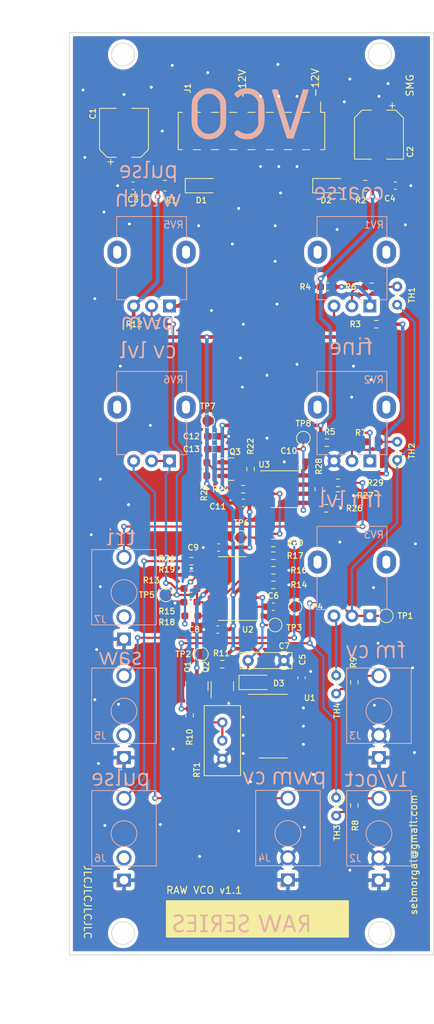
<source format=kicad_pcb>
(kicad_pcb (version 20211014) (generator pcbnew)
  (layers (0 "F.Cu" signal) (31 "B.Cu" signal) (34 "B.Paste" user) (35 "F.Paste" user) (36 "B.SilkS" user "B.Silkscreen") (37 "F.SilkS" user "F.Silkscreen") (38 "B.Mask" user) (39 "F.Mask" user) (44 "Edge.Cuts" user))
  (net 0 "")
  (net 1 "+12VA")
  (net 2 "GNDA")
  (net 3 "-12VA")
  (net 4 "Net-(C6-Pad1)")
  (net 5 "Net-(C6-Pad2)")
  (net 6 "Net-(C7-Pad1)")
  (net 7 "Net-(D1-Pad1)")
  (net 8 "+12V")
  (net 9 "-12V")
  (net 10 "Net-(D2-Pad2)")
  (net 11 "Net-(D3-Pad2)")
  (net 14 "Net-(J2-PadT)")
  (net 15 "Net-(J3-PadT)")
  (net 16 "Net-(J4-PadT)")
  (net 17 "Net-(J5-PadT)")
  (net 19 "Net-(J6-PadT)")
  (net 21 "Net-(Q1-Pad1)")
  (net 22 "Net-(Q1-Pad2)")
  (net 23 "Net-(R3-Pad1)")
  (net 24 "Net-(R4-Pad2)")
  (net 25 "Net-(R5-Pad2)")
  (net 26 "Net-(R6-Pad1)")
  (net 27 "Net-(RV1-Pad2)")
  (net 28 "Net-(R7-Pad1)")
  (net 29 "Net-(R7-Pad2)")
  (net 30 "Net-(R8-Pad1)")
  (net 31 "Net-(R9-Pad1)")
  (net 32 "Net-(R10-Pad2)")
  (net 33 "Net-(R12-Pad1)")
  (net 34 "Net-(R12-Pad2)")
  (net 35 "Net-(R13-Pad2)")
  (net 36 "Net-(R16-Pad2)")
  (net 37 "Net-(R17-Pad2)")
  (net 38 "Net-(R18-Pad1)")
  (net 39 "Net-(R18-Pad2)")
  (net 40 "Net-(R21-Pad1)")
  (net 50 "Net-(RV3-Pad3)")
  (net 51 "Net-(C12-Pad1)")
  (net 52 "Net-(C13-Pad1)")
  (net 53 "Net-(J7-PadT)")
  (net 55 "Net-(Q3-Pad1)")
  (net 56 "Net-(Q3-Pad2)")
  (net 57 "Net-(R22-Pad2)")
  (net 58 "Net-(R27-Pad1)")
  (net 59 "Net-(R28-Pad1)")
  (footprint "Capacitor_SMD:C_0603_1608Metric_Pad1.08x0.95mm_HandSolder" (layer "F.Cu") (at 47.371 108.585 180)
    (fp_text reference "C8")
    (fp_text value "0.1uF")
  )
  (footprint "Resistor_SMD:R_0603_1608Metric_Pad0.98x0.95mm_HandSolder" (layer "F.Cu") (at 55.118 98.298 180)
    (fp_text reference "R17")
    (fp_text value "100k")
  )
  (footprint "TestPoint:TestPoint_Pad_D1.5mm" (layer "F.Cu") (at 45.974 79.502)
    (fp_text reference "TP7")
    (fp_text value "TestPoint")
  )
  (footprint "Resistor_SMD:R_0603_1608Metric_Pad0.98x0.95mm_HandSolder" (layer "F.Cu") (at 55.118 96.52)
    (fp_text reference "R20")
    (fp_text value "1k")
  )
  (footprint "TestPoint:TestPoint_Pad_D1.5mm" (layer "F.Cu") (at 50.546 95.758)
    (fp_text reference "TP6")
    (fp_text value "TestPoint")
  )
  (footprint "Diode_SMD:D_SOD-123" (layer "F.Cu") (at 62.865 46.736)
    (fp_text reference "D2")
    (fp_text value "1N5819")
  )
  (footprint "Diode_SMD:D_SOD-123" (layer "F.Cu") (at 52.578 115.951)
    (fp_text reference "D3")
    (fp_text value "1N4148W")
  )
  (footprint "TestPoint:TestPoint_Pad_D1.5mm" (layer "F.Cu") (at 55.372 107.95)
    (fp_text reference "TP3")
    (fp_text value "TestPoint")
  )
  (footprint "Resistor_SMD:R_0603_1608Metric_Pad0.98x0.95mm_HandSolder" (layer "F.Cu") (at 55.118 102.362)
    (fp_text reference "R14")
    (fp_text value "100k")
  )
  (footprint "Capacitor_SMD:CP_Elec_6.3x5.4" (layer "F.Cu") (at 69.85 39.624 -90)
    (fp_text reference "C2")
    (fp_text value "47uF")
  )
  (footprint "Capacitor_SMD:C_0603_1608Metric_Pad1.08x0.95mm_HandSolder" (layer "F.Cu") (at 59.055 115.316 90)
    (fp_text reference "C5")
    (fp_text value "0.1uF")
  )
  (footprint "Capacitor_SMD:C_0603_1608Metric_Pad1.08x0.95mm_HandSolder" (layer "F.Cu") (at 35.56 46.736 180)
    (fp_text reference "C3")
    (fp_text value "0.1uF")
  )
  (footprint "Resistor_THT:R_Axial_DIN0204_L3.6mm_D1.6mm_P2.54mm_Vertical" (layer "F.Cu") (at 72.39 84.963 90)
    (fp_text reference "TH2")
    (fp_text value "10k")
  )
  (footprint "Resistor_SMD:R_0603_1608Metric_Pad0.98x0.95mm_HandSolder" (layer "F.Cu") (at 62.611 60.833)
    (fp_text reference "R4")
    (fp_text value "33k")
  )
  (footprint "Resistor_SMD:R_0603_1608Metric_Pad0.98x0.95mm_HandSolder" (layer "F.Cu") (at 62.5875 82.55)
    (fp_text reference "R5")
    (fp_text value "100k")
  )
  (footprint "Resistor_SMD:R_0603_1608Metric_Pad0.98x0.95mm_HandSolder" (layer "F.Cu") (at 64.135 89.916)
    (fp_text reference "R27")
    (fp_text value "47k")
  )
  (footprint "Capacitor_THT:C_Rect_L7.0mm_W2.0mm_P5.00mm" (layer "F.Cu") (at 51.602 112.903)
    (fp_text reference "C7")
    (fp_text value "2.2nF")
  )
  (footprint "Resistor_SMD:R_0603_1608Metric_Pad0.98x0.95mm_HandSolder" (layer "F.Cu") (at 38.989 66.04 180)
    (fp_text reference "R12")
    (fp_text value "100k")
  )
  (footprint "Resistor_THT:R_Axial_DIN0204_L3.6mm_D1.6mm_P2.54mm_Vertical" (layer "F.Cu") (at 63.881 132.003 -90)
    (fp_text reference "TH3")
    (fp_text value "10k")
  )
  (footprint "Resistor_SMD:R_0603_1608Metric_Pad0.98x0.95mm_HandSolder" (layer "F.Cu") (at 43.561 104.775 180)
    (fp_text reference "R15")
    (fp_text value "10k")
  )
  (footprint "Resistor_THT:R_Axial_DIN0204_L3.6mm_D1.6mm_P2.54mm_Vertical" (layer "F.Cu") (at 63.881 114.985 -90)
    (fp_text reference "TH4")
    (fp_text value "10k")
  )
  (footprint "TestPoint:TestPoint_Pad_D1.5mm" (layer "F.Cu") (at 59.309 81.915)
    (fp_text reference "TP8")
    (fp_text value "TestPoint")
  )
  (footprint "Resistor_SMD:R_0805_2012Metric_Pad1.20x1.40mm_HandSolder" (layer "F.Cu") (at 40.005 46.736 180)
    (fp_text reference "R1")
    (fp_text value "10")
  )
  (footprint "Resistor_SMD:R_0603_1608Metric_Pad0.98x0.95mm_HandSolder" (layer "F.Cu") (at 48.006 113.411 180)
    (fp_text reference "R11")
    (fp_text value "1M")
  )
  (footprint "Resistor_THT:R_Axial_DIN0204_L3.6mm_D1.6mm_P2.54mm_Vertical" (layer "F.Cu") (at 72.39 63.323 90)
    (fp_text reference "TH1")
    (fp_text value "10k")
  )
  (footprint "Resistor_SMD:R_0603_1608Metric_Pad0.98x0.95mm_HandSolder" (layer "F.Cu") (at 43.688 99.06 180)
    (fp_text reference "R21")
    (fp_text value "1k")
  )
  (footprint "Resistor_SMD:R_0603_1608Metric_Pad0.98x0.95mm_HandSolder" (layer "F.Cu") (at 64.135 88.138)
    (fp_text reference "R29")
    (fp_text value "1k")
  )
  (footprint "Package_SO:SOIC-8_3.9x4.9mm_P1.27mm" (layer "F.Cu") (at 56.769 89.027)
    (fp_text reference "U3")
    (fp_text value "TL072")
  )
  (footprint "Resistor_SMD:R_0603_1608Metric_Pad0.98x0.95mm_HandSolder" (layer "F.Cu") (at 68.961 82.423 180)
    (fp_text reference "R7")
    (fp_text value "1M")
  )
  (footprint "TestPoint:TestPoint_Pad_D1.5mm" (layer "F.Cu") (at 70.866 106.68)
    (fp_text reference "TP1")
    (fp_text value "TestPoint")
  )
  (footprint "Capacitor_SMD:CP_Elec_6.3x5.4" (layer "F.Cu") (at 34.29 39.37 90)
    (fp_text reference "C1")
    (fp_text value "47uF")
  )
  (footprint "Connector_PinHeader_2.54mm:PinHeader_2x08_P2.54mm_Vertical_SMD" (layer "F.Cu") (at 52.07 39.116 -90)
    (fp_text reference "J1")
    (fp_text value "Conn_02x08_Odd_Even")
  )
  (footprint "Package_TO_SOT_SMD:SOT-23" (layer "F.Cu") (at 48.9735 86.233)
    (fp_text reference "Q3")
    (fp_text value "BC848")
  )
  (footprint "Package_TO_SOT_SMD:SOT-23" (layer "F.Cu") (at 44.45 116.459 90)
    (fp_text reference "Q1")
    (fp_text value "BC858")
  )
  (footprint "TestPoint:TestPoint_Pad_D1.5mm" (layer "F.Cu") (at 58.166 105.41)
    (fp_text reference "TP4")
    (fp_text value "TestPoint")
  )
  (footprint "Resistor_SMD:R_0603_1608Metric_Pad0.98x0.95mm_HandSolder" (layer "F.Cu") (at 43.561 102.87 180)
    (fp_text reference "R13")
    (fp_text value "68k")
  )
  (footprint "Package_SO:SOIC-14_3.9x8.7mm_P1.27mm" (layer "F.Cu") (at 49.403 102.87 180)
    (fp_text reference "U2")
    (fp_text value "TL074")
  )
  (footprint "Potentiometer_THT:Potentiometer_Bourns_3296W_Vertical" (layer "F.Cu") (at 48.006 121.529 90)
    (fp_text reference "RT1")
    (fp_text value "1k")
  )
  (footprint "Resistor_SMD:R_0603_1608Metric_Pad0.98x0.95mm_HandSolder" (layer "F.Cu") (at 69.469 66.04)
    (fp_text reference "R3")
    (fp_text value "100k")
  )
  (footprint "Package_TO_SOT_SMD:SOT-23" (layer "F.Cu") (at 48.006 116.459 90)
    (fp_text reference "Q2")
    (fp_text value "BC848")
  )
  (footprint "Diode_SMD:D_SOD-123" (layer "F.Cu") (at 45.085 46.736)
    (fp_text reference "D1")
    (fp_text value "1N5819")
  )
  (footprint "Capacitor_SMD:C_0603_1608Metric_Pad1.08x0.95mm_HandSolder" (layer "F.Cu") (at 55.118 105.41 180)
    (fp_text reference "C6")
    (fp_text value "1uF")
  )
  (footprint "Resistor_SMD:R_0603_1608Metric_Pad0.98x0.95mm_HandSolder" (layer "F.Cu") (at 43.688 100.965)
    (fp_text reference "R19")
    (fp_text value "68k")
  )
  (footprint "Resistor_SMD:R_0805_2012Metric_Pad1.20x1.40mm_HandSolder" (layer "F.Cu") (at 67.945 46.736)
    (fp_text reference "R2")
    (fp_text value "10")
  )
  (footprint "Resistor_SMD:R_0603_1608Metric_Pad0.98x0.95mm_HandSolder" (layer "F.Cu") (at 66.421 115.951 90)
    (fp_text reference "R9")
    (fp_text value "100k")
  )
  (footprint "Capacitor_SMD:C_0603_1608Metric_Pad1.08x0.95mm_HandSolder" (layer "F.Cu") (at 46.863 83.439 180)
    (fp_text reference "C13")
    (fp_text value "1uF")
  )
  (footprint "Resistor_SMD:R_0603_1608Metric_Pad0.98x0.95mm_HandSolder" (layer "F.Cu") (at 50.927 89.027 180)
    (fp_text reference "R24")
    (fp_text value "10k")
  )
  (footprint "Resistor_SMD:R_0603_1608Metric_Pad0.98x0.95mm_HandSolder" (layer "F.Cu") (at 62.484 91.694)
    (fp_text reference "R26")
    (fp_text value "100k")
  )
  (footprint "Capacitor_SMD:C_0603_1608Metric_Pad1.08x0.95mm_HandSolder" (layer "F.Cu") (at 58.801 85.217 180)
    (fp_text reference "C10")
    (fp_text value "0.1uF")
  )
  (footprint "TestPoint:TestPoint_Pad_D1.5mm" (layer "F.Cu") (at 45.085 112.014)
    (fp_text reference "TP2")
    (fp_text value "TestPoint")
  )
  (footprint "Resistor_SMD:R_0603_1608Metric_Pad0.98x0.95mm_HandSolder" (layer "F.Cu") (at 61.468 89.027 -90)
    (fp_text reference "R28")
    (fp_text value "100k")
  )
  (footprint "Capacitor_SMD:C_0603_1608Metric_Pad1.08x0.95mm_HandSolder" (layer "F.Cu") (at 50.927 90.932 180)
    (fp_text reference "C11")
    (fp_text value "0.1uF")
  )
  (footprint "Resistor_SMD:R_0603_1608Metric_Pad0.98x0.95mm_HandSolder" (layer "F.Cu") (at 51.943 86.233 -90)
    (fp_text reference "R22")
    (fp_text value "100")
  )
  (footprint "Capacitor_SMD:C_0603_1608Metric_Pad1.08x0.95mm_HandSolder" (layer "F.Cu") (at 47.498 97.155 180)
    (fp_text reference "C9")
    (fp_text value "0.1uF")
  )
  (footprint "Capacitor_SMD:C_0603_1608Metric_Pad1.08x0.95mm_HandSolder" (layer "F.Cu") (at 72.136 46.736)
    (fp_text reference "C4")
    (fp_text value "0.1uF")
  )
  (footprint "Package_SO:SOIC-14_3.9x8.7mm_P1.27mm" (layer "F.Cu") (at 55.118 122.047)
    (fp_text reference "U1")
    (fp_text value "40106")
  )
  (footprint "Resistor_SMD:R_0603_1608Metric_Pad0.98x0.95mm_HandSolder" (layer "F.Cu") (at 43.688 106.68 180)
    (fp_text reference "R18")
    (fp_text value "100k")
  )
  (footprint "Resistor_SMD:R_0603_1608Metric_Pad0.98x0.95mm_HandSolder" (layer "F.Cu") (at 68.834 60.833 180)
    (fp_text reference "R6")
    (fp_text value "100k")
  )
  (footprint "TestPoint:TestPoint_Pad_D1.5mm" (layer "F.Cu") (at 40.132 103.759)
    (fp_text reference "TP5")
    (fp_text value "TestPoint")
  )
  (footprint "Resistor_SMD:R_0603_1608Metric_Pad0.98x0.95mm_HandSolder" (layer "F.Cu") (at 55.118 100.33 180)
    (fp_text reference "R16")
    (fp_text value "47k")
  )
  (footprint "Resistor_SMD:R_0603_1608Metric_Pad0.98x0.95mm_HandSolder" (layer "F.Cu") (at 45.847 86.233 90)
    (fp_text reference "R23")
    (fp_text value "10k")
  )
  (footprint "Capacitor_SMD:C_0603_1608Metric_Pad1.08x0.95mm_HandSolder" (layer "F.Cu") (at 46.863 81.661)
    (fp_text reference "C12")
    (fp_text value "1nF")
  )
  (footprint "Resistor_SMD:R_0603_1608Metric_Pad0.98x0.95mm_HandSolder" (layer "F.Cu") (at 43.434 120.523 -90)
    (fp_text reference "R10")
    (fp_text value "1k5")
  )
  (footprint "Resistor_SMD:R_0603_1608Metric_Pad0.98x0.95mm_HandSolder" (layer "F.Cu") (at 66.421 133.096 90)
    (fp_text reference "R8")
    (fp_text value "100k")
  )
  (footprint "Potentiometer_THT:Potentiometer_Alpha_RD901F-40-00D_Single_Vertical" (layer "B.Cu") (at 40.64 85.09 90)
    (fp_text reference "RV6")
    (fp_text value "250k")
  )
  (footprint "Connector_Audio:Jack_3.5mm_QingPu_WQP-PJ398SM_Vertical_CircularHoles" (layer "B.Cu") (at 69.85 126.43)
    (fp_text reference "J3")
    (fp_text value "AudioJack2_SwitchT")
  )
  (footprint "Connector_Audio:Jack_3.5mm_QingPu_WQP-PJ398SM_Vertical_CircularHoles" (layer "B.Cu") (at 34.29 109.92)
    (fp_text reference "J7")
    (fp_text value "AudioJack2_SwitchT")
  )
  (footprint "Connector_Audio:Jack_3.5mm_QingPu_WQP-PJ398SM_Vertical_CircularHoles" (layer "B.Cu") (at 34.29 126.43)
    (fp_text reference "J5")
    (fp_text value "AudioJack2_SwitchT")
  )
  (footprint "Connector_Audio:Jack_3.5mm_QingPu_WQP-PJ398SM_Vertical_CircularHoles" (layer "B.Cu") (at 69.85 143.51)
    (fp_text reference "J2")
    (fp_text value "AudioJack2_SwitchT")
  )
  (footprint "LOGO" (layer "B.Cu") (at 51.816 91.948 180)
    (fp_text reference "G***" hide)
    (fp_text value "LOGO" hide)
  )
  (footprint "Potentiometer_THT:Potentiometer_Alpha_RD901F-40-00D_Single_Vertical" (layer "B.Cu") (at 68.58 63.5 90)
    (fp_text reference "RV1")
    (fp_text value "100k")
  )
  (footprint "Potentiometer_THT:Potentiometer_Alpha_RD901F-40-00D_Single_Vertical" (layer "B.Cu") (at 68.58 85.09 90)
    (fp_text reference "RV2")
    (fp_text value "100k")
  )
  (footprint "Potentiometer_THT:Potentiometer_Alpha_RD901F-40-00D_Single_Vertical" (layer "B.Cu") (at 68.58 106.68 90)
    (fp_text reference "RV3")
    (fp_text value "1M")
  )
  (footprint "Connector_Audio:Jack_3.5mm_QingPu_WQP-PJ398SM_Vertical_CircularHoles" (layer "B.Cu") (at 34.29 143.51)
    (fp_text reference "J6")
    (fp_text value "AudioJack2_SwitchT")
  )
  (footprint "Potentiometer_THT:Potentiometer_Alpha_RD901F-40-00D_Single_Vertical" (layer "B.Cu") (at 40.64 63.5 90)
    (fp_text reference "RV5")
    (fp_text value "100k")
  )
  (footprint "Connector_Audio:Jack_3.5mm_QingPu_WQP-PJ398SM_Vertical_CircularHoles" (layer "B.Cu") (at 57.15 143.48)
    (fp_text reference "J4")
    (fp_text value "AudioJack2_SwitchT")
  )
  (gr_circle (center 69.977 150.876) (end 71.5772 150.876) (layer "Edge.Cuts") (width 0.1) (fill none))
  (gr_circle (center 34.163 28.448) (end 35.7632 28.448) (layer "Edge.Cuts") (width 0.1) (fill none))
  (gr_circle (center 34.163 150.876) (end 35.7632 150.876) (layer "Edge.Cuts") (width 0.1) (fill none))
  (gr_line (start 77.47 25.4) (end 26.67 25.4) (layer "Edge.Cuts") (width 0.1))
  (gr_circle (center 69.977 28.448) (end 71.5772 28.448) (layer "Edge.Cuts") (width 0.1) (fill none))
  (gr_line (start 26.67 25.4) (end 26.67 153.924) (layer "Edge.Cuts") (width 0.1))
  (gr_line (start 77.47 153.924) (end 26.67 153.924) (layer "Edge.Cuts") (width 0.1))
  (gr_line (start 77.47 153.924) (end 77.47 25.4) (layer "Edge.Cuts") (width 0.1))
  (gr_text "SMG" (at 74.168 32.766 90) (layer "F.SilkS") (effects (font (size 1 1))))
  (gr_text "+12V" (at 50.8 32.512 90) (layer "F.SilkS") (effects (font (size 1 1))))
  (gr_text "RAW VCO v1.1" (at 45.466 144.907) (layer "F.SilkS") (effects (font (size 1 1))))
  (gr_text "sebmorgal@gmail.com" (at 74.676 139.954 90) (layer "F.SilkS") (effects (font (size 1 1))))
  (gr_text "JLCJLCJLCJLC" (at 29.21 146.558 270) (layer "F.SilkS") (effects (font (size 1 1))))
  (gr_text "-12V" (at 60.96 32.385 90) (layer "F.SilkS") (effects (font (size 1 1))))
  (segment (start 45.847 88.265) (end 45.847 87.1455) (width 0.5) (layer "F.Cu") (net 1))
  (segment (start 58.42 118.237) (end 57.593 118.237) (width 0.5) (layer "F.Cu") (net 1))
  (segment (start 59.055 117.602) (end 58.42 118.237) (width 0.5) (layer "F.Cu") (net 1))
  (segment (start 36.4225 46.736) (end 36.4225 46.0745) (width 0.5) (layer "F.Cu") (net 1))
  (segment (start 70.3815 67.1595) (end 70.3815 66.04) (width 0.5) (layer "F.Cu") (net 1))
  (segment (start 59.055 116.1785) (end 59.055 117.602) (width 0.5) (layer "F.Cu") (net 1))
  (segment (start 49.53 111.252) (end 48.895 111.887) (width 0.5) (layer "F.Cu") (net 1))
  (segment (start 48.895 111.887) (end 48.895 113.3875) (width 0.5) (layer "F.Cu") (net 1))
  (segment (start 48.895 113.3875) (end 48.9185 113.411) (width 0.5) (layer "F.Cu") (net 1))
  (segment (start 45.8724 67.818) (end 69.723 67.818) (width 0.5) (layer "F.Cu") (net 1))
  (segment (start 45.8216 67.818) (end 36.736 67.818) (width 0.5) (layer "F.Cu") (net 1))
  (segment (start 59.6635 85.217) (end 60.579 85.217) (width 0.5) (layer "F.Cu") (net 1))
  (segment (start 52.451 111.252) (end 57.3775 116.1785) (width 0.5) (layer "F.Cu") (net 1))
  (segment (start 36.736 67.818) (end 35.64 66.722) (width 0.5) (layer "F.Cu") (net 1))
  (segment (start 60.579 85.217) (end 61.595 86.233) (width 0.5) (layer "F.Cu") (net 1))
  (segment (start 49.022 108.585) (end 48.2335 108.585) (width 0.5) (layer "F.Cu") (net 1))
  (segment (start 50.419 102.87) (end 49.53 103.759) (width 0.5) (layer "F.Cu") (net 1))
  (segment (start 45.847 67.8434) (end 45.8216 67.818) (width 0.5) (layer "F.Cu") (net 1))
  (segment (start 34.29 43.942) (end 34.29 42.17) (width 0.5) (layer "F.Cu") (net 1))
  (segment (start 39.005 46.736) (end 39.005 48.244) (width 0.5) (layer "F.Cu") (net 1))
  (segment (start 39.005 48.244) (end 38.989 48.26) (width 0.5) (layer "F.Cu") (net 1))
  (segment (start 49.53 108.077) (end 49.022 108.585) (width 0.5) (layer "F.Cu") (net 1))
  (segment (start 51.878 102.87) (end 50.419 102.87) (width 0.5) (layer "F.Cu") (net 1))
  (segment (start 59.6635 85.217) (end 59.6635 86.0055) (width 0.5) (layer "F.Cu") (net 1))
  (segment (start 36.4225 46.736) (end 39.005 46.736) (width 0.5) (layer "F.Cu") (net 1))
  (segment (start 45.847 67.8434) (end 45.8724 67.818) (width 0.5) (layer "F.Cu") (net 1))
  (segment (start 64.135 86.868) (end 70.866 86.868) (width 0.5) (layer "F.Cu") (net 1))
  (segment (start 59.6635 86.0055) (end 59.244 86.425) (width 0.5) (layer "F.Cu") (net 1))
  (segment (start 62.23 86.868) (end 64.135 86.868) (width 0.5) (layer "F.Cu") (net 1))
  (segment (start 69.723 67.818) (end 70.3815 67.1595) (width 0.5) (layer "F.Cu") (net 1))
  (segment (start 57.3775 116.1785) (end 59.055 116.1785) (width 0.5) (layer "F.Cu") (net 1))
  (segment (start 49.53 111.252) (end 52.451 111.252) (width 0.5) (layer "F.Cu") (net 1))
  (segment (start 70.3815 66.04) (end 73.152 66.04) (width 0.5) (layer "F.Cu") (net 1))
  (segment (start 61.595 86.233) (end 62.23 86.868) (width 0.5) (layer "F.Cu") (net 1))
  (segment (start 59.244 86.425) (end 59.244 87.122) (width 0.5) (layer "F.Cu") (net 1))
  (segment (start 35.64 66.722) (end 35.64 63.5) (width 0.5) (layer "F.Cu") (net 1))
  (segment (start 36.4225 46.0745) (end 34.29 43.942) (width 0.5) (layer "F.Cu") (net 1))
  (via (at 70.866 86.868) (size 0.8) (drill 0.4) (layers "F.Cu" "B.Cu") (net 1))
  (via (at 49.53 111.252) (size 0.8) (drill 0.4) (layers "F.Cu" "B.Cu") (net 1))
  (via (at 73.152 66.04) (size 0.8) (drill 0.4) (layers "F.Cu" "B.Cu") (net 1))
  (via (at 45.847 67.8434) (size 0.8) (drill 0.4) (layers "F.Cu" "B.Cu") (net 1))
  (via (at 38.989 48.26) (size 0.8) (drill 0.4) (layers "F.Cu" "B.Cu") (net 1))
  (via (at 49.53 103.759) (size 0.8) (drill 0.4) (layers "F.Cu" "B.Cu") (net 1))
  (via (at 45.847 88.265) (size 0.8) (drill 0.4) (layers "F.Cu" "B.Cu") (net 1))
  (via (at 49.53 108.077) (size 0.8) (drill 0.4) (layers "F.Cu" "B.Cu") (net 1))
  (segment (start 49.53 91.948) (end 45.847 88.265) (width 0.5) (layer "B.Cu") (net 1))
  (segment (start 73.152 66.04) (end 73.152 79.121) (width 0.5) (layer "B.Cu") (net 1))
  (segment (start 45.847 67.8434) (end 45.847 88.265) (width 0.5) (layer "B.Cu") (net 1))
  (segment (start 38.989 60.151) (end 38.989 48.26) (width 0.5) (layer "B.Cu") (net 1))
  (segment (start 73.152 79.121) (end 70.866 81.407) (width 0.5) (layer "B.Cu") (net 1))
  (segment (start 49.53 111.252) (end 49.53 108.077) (width 0.5) (layer "B.Cu") (net 1))
  (segment (start 70.866 81.407) (end 70.866 86.868) (width 0.5) (layer "B.Cu") (net 1))
  (segment (start 49.53 108.077) (end 49.53 91.948) (width 0.5) (layer "B.Cu") (net 1))
  (segment (start 35.64 63.5) (end 38.989 60.151) (width 0.5) (layer "B.Cu") (net 1))
  (segment (start 55.88 36.591) (end 55.88 34.29) (width 0.5) (layer "F.Cu") (net 2))
  (segment (start 60.2985 114.4535) (end 60.325 114.427) (width 0.5) (layer "F.Cu") (net 2))
  (segment (start 52.643 125.857) (end 50.927 125.857) (width 0.5) (layer "F.Cu") (net 2))
  (segment (start 34.29 36.57) (end 34.29 34.036) (width 0.5) (layer "F.Cu") (net 2))
  (segment (start 55.88 41.641) (end 55.88 44.069) (width 0.5) (layer "F.Cu") (net 2))
  (segment (start 58.42 41.641) (end 58.42 44.069) (width 0.5) (layer "F.Cu") (net 2))
  (segment (start 42.7755 100.965) (end 42.799 100.965) (width 0.5) (layer "F.Cu") (net 2))
  (segment (start 57.593 119.507) (end 59.309 119.507) (width 0.5) (layer "F.Cu") (net 2))
  (segment (start 57.593 122.047) (end 59.309 122.047) (width 0.5) (layer "F.Cu") (net 2))
  (segment (start 46.6355 97.155) (end 45.339 97.155) (width 0.5) (layer "F.Cu") (net 2))
  (segment (start 52.643 123.317) (end 50.927 123.317) (width 0.5) (layer "F.Cu") (net 2))
  (segment (start 47.7255 81.661) (end 48.895 81.661) (width 0.5) (layer "F.Cu") (net 2))
  (segment (start 63.3965 91.694) (end 64.516 91.694) (width 0.5) (layer "F.Cu") (net 2))
  (segment (start 42.799 100.965) (end 43.688 100.076) (width 0.5) (layer "F.Cu") (net 2))
  (segment (start 34.6975 46.736) (end 33.401 46.736) (width 0.5) (layer "F.Cu") (net 2))
  (segment (start 56.0305 100.33) (end 57.277 100.33) (width 0.5) (layer "F.Cu") (net 2))
  (segment (start 53.34 41.641) (end 53.34 44.069) (width 0.5) (layer "F.Cu") (net 2))
  (segment (start 58.42 36.591) (end 58.42 34.29) (width 0.5) (layer "F.Cu") (net 2))
  (segment (start 53.34 36.591) (end 53.34 34.29) (width 0.5) (layer "F.Cu") (net 2))
  (segment (start 69.85 36.824) (end 69.85 34.29) (width 0.5) (layer "F.Cu") (net 2))
  (segment (start 48.895 118.872) (end 48.956 118.811) (width 0.5) (layer "F.Cu") (net 2))
  (segment (start 52.643 120.777) (end 50.927 120.777) (width 0.5) (layer "F.Cu") (net 2))
  (segment (start 59.055 114.4535) (end 60.2985 114.4535) (width 0.5) (layer "F.Cu") (net 2))
  (segment (start 48.956 118.811) (end 48.956 117.3965) (width 0.5) (layer "F.Cu") (net 2))
  (segment (start 57.593 124.587) (end 59.309 124.587) (width 0.5) (layer "F.Cu") (net 2))
  (segment (start 72.9985 46.736) (end 74.295 46.736) (width 0.5) (layer "F.Cu") (net 2))
  (segment (start 45.4265 108.585) (end 46.5085 108.585) (width 0.5) (layer "F.Cu") (net 2))
  (segment (start 56.0305 102.362) (end 57.277 102.362) (width 0.5) (layer "F.Cu") (net 2))
  (segment (start 42.6485 104.775) (end 41.529 104.775) (width 0.5) (layer "F.Cu") (net 2))
  (segment (start 65.0475 89.916) (end 66.294 89.916) (width 0.5) (layer "F.Cu") (net 2))
  (segment (start 57.9385 85.217) (end 56.642 85.217) (width 0.5) (layer "F.Cu") (net 2))
  (segment (start 41.529 104.775) (end 41.402 104.902) (width 0.5) (layer "F.Cu") (net 2))
  (via (at 34.925 91.186) (size 0.8) (drill 0.4) (layers "F.Cu" "B.Cu") (net 2))
  (via (at 38.1 33.02) (size 0.8) (drill 0.4) (layers "F.Cu" "B.Cu") (net 2))
  (via (at 58.42 44.069) (size 0.8) (drill 0.4) (layers "F.Cu" "B.Cu") (net 2))
  (via (at 45.339 97.155) (size 0.8) (drill 0.4) (layers "F.Cu" "B.Cu") (net 2))
  (via (at 50.546 70.739) (size 0.8) (drill 0.4) (layers "F.Cu" "B.Cu") (net 2))
  (via (at 69.088 102.743) (size 0.8) (drill 0.4) (layers "F.Cu" "B.Cu") (net 2))
  (via (at 30.226 118.364) (size 0.8) (drill 0.4) (layers "F.Cu" "B.Cu") (net 2))
  (via (at 56.642 85.217) (size 0.8) (drill 0.4) (layers "F.Cu" "B.Cu") (net 2))
  (via (at 55.753 29.845) (size 0.8) (drill 0.4) (layers "F.Cu" "B.Cu") (net 2))
  (via (at 74.93 96.647) (size 0.8) (drill 0.4) (layers "F.Cu" "B.Cu") (net 2))
  (via (at 65.024 35.052) (size 0.8) (drill 0.4) (layers "F.Cu" "B.Cu") (net 2))
  (via (at 57.277 102.362) (size 0.8) (drill 0.4) (layers "F.Cu" "B.Cu") (net 2))
  (via (at 73.533 52.197) (size 0.8) (drill 0.4) (layers "F.Cu" "B.Cu") (net 2))
  (via (at 59.436 136.144) (size 0.8) (drill 0.4) (layers "F.Cu" "B.Cu") (net 2))
  (via (at 30.734 127.254) (size 0.8) (drill 0.4) (layers "F.Cu" "B.Cu") (net 2))
  (via (at 37.973 80.137) (size 0.8) (drill 0.4) (layers "F.Cu" "B.Cu") (net 2))
  (via (at 55.372 52.324) (size 0.8) (drill 0.4) (layers "F.Cu" "B.Cu") (net 2))
  (via (at 57.277 100.33) (size 0.8) (drill 0.4) (layers "F.Cu" "B.Cu") (net 2))
  (via (at 30.988 87.63) (size 0.8) (drill 0.4) (layers "F.Cu" "B.Cu") (net 2))
  (via (at 58.42 34.29) (size 0.8) (drill 0.4) (layers "F.Cu" "B.Cu") (net 2))
  (via (at 45.974 30.988) (size 0.8) (drill 0.4) (layers "F.Cu" "B.Cu") (net 2))
  (via (at 59.309 124.587) (size 0.8) (drill 0.4) (layers "F.Cu" "B.Cu") (net 2))
  (via (at 34.29 34.036) (size 0.8) (drill 0.4) (layers "F.Cu" "B.Cu") (net 2))
  (via (at 66.294 71.882) (size 0.8) (drill 0.4) (layers "F.Cu" "B.Cu") (net 2))
  (via (at 58.42 71.628) (size 0.8) (drill 0.4) (layers "F.Cu" "B.Cu") (net 2))
  (via (at 44.831 140.208) (size 0.8) (drill 0.4) (layers "F.Cu" "B.Cu") (net 2))
  (via (at 60.706 128.778) (size 0.8) (drill 0.4) (layers "F.Cu" "B.Cu") (net 2))
  (via (at 59.309 119.507) (size 0.8) (drill 0.4) (layers "F.Cu" "B.Cu") (net 2))
  (via (at 51.943 129.794) (size 0.8) (drill 0.4) (layers "F.Cu" "B.Cu") (net 2))
  (via (at 54.229 81.915) (size 0.8) (drill 0.4) (layers "F.Cu" "B.Cu") (net 2))
  (via (at 50.292 49.911) (size 0.8) (drill 0.4) (layers "F.Cu" "B.Cu") (net 2))
  (via (at 33.528 118.999) (size 0.8) (drill 0.4) (layers "F.Cu" "B.Cu") (net 2))
  (via (at 71.12 32.512) (size 0.8) (drill 0.4) (layers "F.Cu" "B.Cu") (net 2))
  (via (at 30.226 62.484) (size 0.8) (drill 0.4) (layers "F.Cu" "B.Cu") (net 2))
  (via (at 50.927 125.857) (size 0.8) (drill 0.4) (layers "F.Cu" "B.Cu") (net 2))
  (via (at 64.516 91.694) (size 0.8) (drill 0.4) (layers "F.Cu" "B.Cu") (net 2))
  (via (at 29.718 95.377) (size 0.8) (drill 0.4) (layers "F.Cu" "B.Cu") (net 2))
  (via (at 55.372 57.277) (size 0.8) (drill 0.4) (layers "F.Cu" "B.Cu") (net 2))
  (via (at 31.623 135.89) (size 0.8) (drill 0.4) (layers "F.Cu" "B.Cu") (net 2))
  (via (at 53.34 34.29) (size 0.8) (drill 0.4) (layers "F.Cu" "B.Cu") (net 2))
  (via (at 33.401 46.736) (size 0.8) (drill 0.4) (layers "F.Cu" "B.Cu") (net 2))
  (via (at 35.052 52.07) (size 0.8) (drill 0.4) (layers "F.Cu" "B.Cu") (net 2))
  (via (at 74.549 113.919) (size 0.8) (drill 0.4) (layers "F.Cu" "B.Cu") (net 2))
  (via (at 68.707 73.787) (size 0.8) (drill 0.4) (layers "F.Cu" "B.Cu") (net 2))
  (via (at 64.389 96.393) (size 0.8) (drill 0.4) (layers "F.Cu" "B.Cu") (net 2))
  (via (at 50.927 120.777) (size 0.8) (drill 0.4) (layers "F.Cu" "B.Cu") (net 2))
  (via (at 44.704 52.324) (size 0.8) (drill 0.4) (layers "F.Cu" "B.Cu") (net 2))
  (via (at 55.88 34.29) (size 0.8) (drill 0.4) (layers "F.Cu" "B.Cu") (net 2))
  (via (at 41.148 125.222) (size 0.8) (drill 0.4) (layers "F.Cu" "B.Cu") (net 2))
  (via (at 39.624 39.116) (size 0.8) (drill 0.4) (layers "F.Cu" "B.Cu") (net 2))
  (via (at 48.895 118.872) (size 0.8) (drill 0.4) (layers "F.Cu" "B.Cu") (net 2))
  (via (at 59.309 122.047) (size 0.8) (drill 0.4) (layers "F.Cu" "B.Cu") (net 2))
  (via (at 74.803 125.73) (size 0.8) (drill 0.4) (layers "F.Cu" "B.Cu") (net 2))
  (via (at 45.4265 108.585) (size 0.8) (drill 0.4) (layers "F.Cu" "B.Cu") (net 2))
  (via (at 28.829 42.799) (size 0.8) (drill 0.4) (layers "F.Cu" "B.Cu") (net 2))
  (via (at 55.88 44.069) (size 0.8) (drill 0.4) (layers "F.Cu" "B.Cu") (net 2))
  (via (at 64.008 52.832) (size 0.8) (drill 0.4) (layers "F.Cu" "B.Cu") (net 2))
  (via (at 69.85 34.29) (size 0.8) (drill 0.4) (layers "F.Cu" "B.Cu") (net 2))
  (via (at 50.927 123.317) (size 0.8) (drill 0.4) (layers "F.Cu" "B.Cu") (net 2))
  (via (at 28.575 33.401) (size 0.8) (drill 0.4) (layers "F.Cu" "B.Cu") (net 2))
  (via (at 41.402 104.902) (size 0.8) (drill 0.4) (layers "F.Cu" "B.Cu") (net 2))
  (via (at 56.134 47.752) (size 0.8) (drill 0.4) (layers "F.Cu" "B.Cu") (net 2))
  (via (at 50.8 74.803) (size 0.8) (drill 0.4) (layers "F.Cu" "B.Cu") (net 2))
  (via (at 30.48 111.379) (size 0.8) (drill 0.4) (layers "F.Cu" "B.Cu") (net 2))
  (via (at 30.988 102.616) (size 0.8) (drill 0.4) (layers "F.Cu" "B.Cu") (net 2))
  (via (at 39.37 135.763) (size 0.8) (drill 0.4) (layers "F.Cu" "B.Cu") (net 2))
  (via (at 69.723 110.49) (size 0.8) (drill 0.4) (layers "F.Cu" "B.Cu") (net 2))
  (via (at 53.34 44.069) (size 0.8) (drill 0.4) (layers "F.Cu" "B.Cu") (net 2))
  (via (at 54.229 73.152) (size 0.8) (drill 0.4) (layers "F.Cu" "B.Cu") (net 2))
  (via (at 69.215 119.126) (size 0.8) (drill 0.4) (layers "F.Cu" "B.Cu") (net 2))
  (via (at 50.927 66.04) (size 0.8) (drill 0.4) (layers "F.Cu" "B.Cu") (net 2))
  (via (at 65.786 31.877) (size 0.8) (drill 0.4) (layers "F.Cu" "B.Cu") (net 2))
  (via (at 43.688 100.076) (size 0.8) (drill 0.4) (layers "F.Cu" "B.Cu") (net 2))
  (via (at 66.04 76.2) (size 0.8) (drill 0.4) (layers "F.Cu" "B.Cu") (net 2))
  (via (at 74.295 46.736) (size 0.8) (drill 0.4) (layers "F.Cu" "B.Cu") (net 2))
  (via (at 48.895 81.661) (size 0.8) (drill 0.4) (layers "F.Cu" "B.Cu") (net 2))
  (via (at 33.782 71.882) (size 0.8) (drill 0.4) (layers "F.Cu" "B.Cu") (net 2))
  (via (at 49.403 54.864) (size 0.8) (drill 0.4) (layers "F.Cu" "B.Cu") (net 2))
  (via (at 41.021 29.972) (size 0.8) (drill 0.4) (layers "F.Cu" "B.Cu") (net 2))
  (via (at 46.482 64.135) (size 0.8) (drill 0.4) (layers "F.Cu" "B.Cu") (net 2))
  (via (at 65.786 142.113) (size 0.8) (drill 0.4) (layers "F.Cu" "B.Cu") (net 2))
  (via (at 50.292 136.652) (size 0.8) (drill 0.4) (layers "F.Cu" "B.Cu") (net 2))
  (via (at 60.325 114.427) (size 0.8) (drill 0.4) (layers "F.Cu" "B.Cu") (net 2))
  (via (at 55.626 63.246) (size 0.8) (drill 0.4) (layers "F.Cu" "B.Cu") (net 2))
  (via (at 66.294 89.916) (size 0.8) (drill 0.4) (layers "F.Cu" "B.Cu") (net 2))
  (via (at 31.496 50.419) (size 0.8) (drill 0.4) (layers "F.Cu" "B.Cu") (net 2))
  (segment (start 68.945 46.736) (end 68.945 45.863) (width 0.5) (layer "F.Cu") (net 3))
  (segment (start 61.722 60.8095) (end 61.6985 60.833) (width 0.5) (layer "F.Cu") (net 3))
  (segment (start 51.7895 90.932) (end 51.7895 90.802) (width 0.5) (layer "F.Cu") (net 3))
  (segment (start 41.91 63.5) (end 44.577 60.833) (width 0.5) (layer "F.Cu") (net 3))
  (segment (start 68.945 45.863) (end 69.85 44.958) (width 0.5) (layer "F.Cu") (net 3))
  (segment (start 51.816 97.155) (end 48.3605 97.155) (width 0.5) (layer "F.Cu") (net 3))
  (segment (start 48.3605 98.0175) (end 48.3605 97.155) (width 0.5) (layer "F.Cu") (net 3))
  (segment (start 49.022 98.679) (end 48.3605 98.0175) (width 0.5) (layer "F.Cu") (net 3))
  (segment (start 61.722 80.137) (end 48.006 80.137) (width 0.5) (layer "F.Cu") (net 3))
  (segment (start 61.722 80.137) (end 61.722 82.503) (width 0.5) (layer "F.Cu") (net 3))
  (segment (start 40.64 63.5) (end 41.91 63.5) (width 0.5) (layer "F.Cu") (net 3))
  (segment (start 69.85 44.958) (end 69.85 42.424) (width 0.5) (layer "F.Cu") (net 3))
  (segment (start 44.577 60.833) (end 45.847 60.833) (width 0.5) (layer "F.Cu") (net 3))
  (segment (start 61.722 59.69) (end 61.722 60.8095) (width 0.5) (layer "F.Cu") (net 3))
  (segment (start 68.945 46.736) (end 71.2735 46.736) (width 0.5) (layer "F.Cu") (net 3))
  (segment (start 51.7895 90.932) (end 51.7895 92.1755) (width 0.5) (layer "F.Cu") (net 3))
  (segment (start 68.945 46.736) (end 68.945 48.244) (width 0.5) (layer "F.Cu") (net 3))
  (segment (start 51.7895 90.802) (end 50.0145 89.027) (width 0.5) (layer "F.Cu") (net 3))
  (segment (start 48.006 102.87) (end 49.022 101.854) (width 0.5) (layer "F.Cu") (net 3))
  (segment (start 45.847 60.833) (end 61.6985 60.833) (width 0.5) (layer "F.Cu") (net 3))
  (segment (start 49.8875 88.9) (end 50.0145 89.027) (width 0.5) (layer "F.Cu") (net 3))
  (segment (start 54.294 90.932) (end 51.7895 90.932) (width 0.5) (layer "F.Cu") (net 3))
  (segment (start 51.7895 92.1755) (end 51.816 92.202) (width 0.5) (layer "F.Cu") (net 3))
  (segment (start 46.928 102.87) (end 46.228 102.87) (width 0.5) (layer "F.Cu") (net 3))
  (segment (start 61.722 82.503) (end 61.675 82.55) (width 0.5) (layer "F.Cu") (net 3))
  (segment (start 48.006 88.9) (end 49.8875 88.9) (width 0.5) (layer "F.Cu") (net 3))
  (segment (start 44.45 113.919) (end 44.45 115.5215) (width 0.5) (layer "F.Cu") (net 3))
  (segment (start 68.945 48.244) (end 68.961 48.26) (width 0.5) (layer "F.Cu") (net 3))
  (segment (start 46.928 102.87) (end 48.006 102.87) (width 0.5) (layer "F.Cu") (net 3))
  (segment (start 49.022 101.854) (end 49.022 98.679) (width 0.5) (layer "F.Cu") (net 3))
  (segment (start 46.228 102.87) (end 45.339 103.759) (width 0.5) (layer "F.Cu") (net 3))
  (via (at 51.816 97.155) (size 0.8) (drill 0.4) (layers "F.Cu" "B.Cu") (net 3))
  (via (at 61.722 59.69) (size 0.8) (drill 0.4) (layers "F.Cu" "B.Cu") (net 3))
  (via (at 48.006 88.9) (size 0.8) (drill 0.4) (layers "F.Cu" "B.Cu") (net 3))
  (via (at 61.722 80.137) (size 0.8) (drill 0.4) (layers "F.Cu" "B.Cu") (net 3))
  (via (at 51.816 92.202) (size 0.8) (drill 0.4) (layers "F.Cu" "B.Cu") (net 3))
  (via (at 68.961 48.26) (size 0.8) (drill 0.4) (layers "F.Cu" "B.Cu") (net 3))
  (via (at 45.339 103.759) (size 0.8) (drill 0.4) (layers "F.Cu" "B.Cu") (net 3))
  (via (at 44.45 113.919) (size 0.8) (drill 0.4) (layers "F.Cu" "B.Cu") (net 3))
  (via (at 48.006 80.137) (size 0.8) (drill 0.4) (layers "F.Cu" "B.Cu") (net 3))
  (segment (start 63.08952 78.76948) (end 63.08952 66.51852) (width 0.5) (layer "B.Cu") (net 3))
  (segment (start 61.722 80.137) (end 63.08952 78.76948) (width 0.5) (layer "B.Cu") (net 3))
  (segment (start 44.45 104.648) (end 45.339 103.759) (width 0.5) (layer "B.Cu") (net 3))
  (segment (start 44.45 113.919) (end 44.45 104.648) (width 0.5) (layer "B.Cu") (net 3))
  (segment (start 63.08952 66.51852) (end 61.722 65.151) (width 0.5) (layer "B.Cu") (net 3))
  (segment (start 68.961 52.451) (end 61.722 59.69) (width 0.5) (layer "B.Cu") (net 3))
  (segment (start 68.961 48.26) (end 68.961 52.451) (width 0.5) (layer "B.Cu") (net 3))
  (segment (start 61.722 65.151) (end 61.722 59.69) (width 0.5) (layer "B.Cu") (net 3))
  (segment (start 48.006 80.137) (end 48.006 88.9) (width 0.5) (layer "B.Cu") (net 3))
  (segment (start 51.816 92.202) (end 51.816 97.155) (width 0.5) (layer "B.Cu") (net 3))
  (segment (start 51.878 101.6) (end 52.832 101.6) (width 0.3) (layer "F.Cu") (net 4))
  (segment (start 48.006 104.14) (end 50.546 101.6) (width 0.3) (layer "F.Cu") (net 4))
  (segment (start 50.546 101.6) (end 51.878 101.6) (width 0.3) (layer "F.Cu") (net 4))
  (segment (start 55.9805 104.7485) (end 55.9805 105.41) (width 0.3) (layer "F.Cu") (net 4))
  (segment (start 52.832 101.6) (end 53.594 102.362) (width 0.3) (layer "F.Cu") (net 4))
  (segment (start 54.2055 102.362) (end 54.2055 102.9735) (width 0.3) (layer "F.Cu") (net 4))
  (segment (start 54.2055 102.9735) (end 55.9805 104.7485) (width 0.3) (layer "F.Cu") (net 4))
  (segment (start 46.928 104.14) (end 48.006 104.14) (width 0.3) (layer "F.Cu") (net 4))
  (segment (start 53.594 102.362) (end 54.2055 102.362) (width 0.3) (layer "F.Cu") (net 4))
  (segment (start 58.166 105.41) (end 55.9805 105.41) (width 0.3) (layer "F.Cu") (net 4))
  (segment (start 51.878 105.41) (end 51.878 106.68) (width 0.3) (layer "F.Cu") (net 5))
  (segment (start 54.2555 105.41) (end 51.878 105.41) (width 0.3) (layer "F.Cu") (net 5))
  (segment (start 52.643 118.237) (end 51.181 118.237) (width 0.3) (layer "F.Cu") (net 6))
  (segment (start 51.602 112.903) (end 51.602 114.006) (width 0.3) (layer "F.Cu") (net 6))
  (segment (start 49.6085 115.5215) (end 48.006 115.5215) (width 0.3) (layer "F.Cu") (net 6))
  (segment (start 53.594 107.95) (end 55.372 107.95) (width 0.3) (layer "F.Cu") (net 6))
  (segment (start 50.928 115.951) (end 50.038 115.951) (width 0.3) (layer "F.Cu") (net 6))
  (segment (start 51.602 114.006) (end 50.928 114.68) (width 0.3) (layer "F.Cu") (net 6))
  (segment (start 50.928 117.984) (end 51.181 118.237) (width 0.3) (layer "F.Cu") (net 6))
  (segment (start 50.928 115.951) (end 50.928 117.984) (width 0.3) (layer "F.Cu") (net 6))
  (segment (start 50.928 114.68) (end 50.928 115.951) (width 0.3) (layer "F.Cu") (net 6))
  (segment (start 51.878 104.14) (end 53.594 104.14) (width 0.3) (layer "F.Cu") (net 6))
  (segment (start 50.038 115.951) (end 49.6085 115.5215) (width 0.3) (layer "F.Cu") (net 6))
  (via (at 53.594 107.95) (size 0.8) (drill 0.4) (layers "F.Cu" "B.Cu") (net 6))
  (via (at 53.594 104.14) (size 0.8) (drill 0.4) (layers "F.Cu" "B.Cu") (net 6))
  (segment (start 53.594 104.14) (end 53.594 110.911) (width 0.3) (layer "B.Cu") (net 6))
  (segment (start 53.594 110.911) (end 51.602 112.903) (width 0.3) (layer "B.Cu") (net 6))
  (segment (start 43.435 46.736) (end 41.005 46.736) (width 0.5) (layer "F.Cu") (net 7))
  (segment (start 50.8 36.591) (end 50.8 41.641) (width 0.5) (layer "F.Cu") (net 8))
  (segment (start 50.8 41.641) (end 50.8 45.593) (width 0.5) (layer "F.Cu") (net 8))
  (segment (start 49.657 46.736) (end 46.735 46.736) (width 0.5) (layer "F.Cu") (net 8))
  (segment (start 50.8 45.593) (end 49.657 46.736) (width 0.5) (layer "F.Cu") (net 8))
  (segment (start 60.96 36.591) (end 60.96 45.085) (width 0.5) (layer "F.Cu") (net 9))
  (segment (start 61.215 45.34) (end 61.215 46.736) (width 0.5) (layer "F.Cu") (net 9))
  (segment (start 60.96 45.085) (end 61.215 45.34) (width 0.5) (layer "F.Cu") (net 9))
  (segment (start 66.945 46.736) (end 64.515 46.736) (width 0.5) (layer "F.Cu") (net 10))
  (segment (start 54.228 115.951) (end 54.991 115.951) (width 0.3) (layer "F.Cu") (net 11))
  (segment (start 55.245 119.126) (end 54.864 119.507) (width 0.3) (layer "F.Cu") (net 11))
  (segment (start 55.245 116.205) (end 55.245 119.126) (width 0.3) (layer "F.Cu") (net 11))
  (segment (start 54.864 119.507) (end 52.643 119.507) (width 0.3) (layer "F.Cu") (net 11))
  (segment (start 54.991 115.951) (end 55.245 116.205) (width 0.3) (layer "F.Cu") (net 11))
  (segment (start 66.4945 132.11) (end 69.85 132.11) (width 0.3) (layer "F.Cu") (net 14))
  (segment (start 66.421 132.1835) (end 66.4945 132.11) (width 0.3) (layer "F.Cu") (net 14))
  (segment (start 66.4295 115.03) (end 69.85 115.03) (width 0.3) (layer "F.Cu") (net 15))
  (segment (start 66.421 115.0385) (end 66.4295 115.03) (width 0.3) (layer "F.Cu") (net 15))
  (segment (start 38.608 132.08) (end 57.15 132.08) (width 0.3) (layer "F.Cu") (net 16))
  (via (at 38.608 132.08) (size 0.8) (drill 0.4) (layers "F.Cu" "B.Cu") (net 16))
  (segment (start 35.64 86.567) (end 35.64 85.09) (width 0.3) (layer "B.Cu") (net 16))
  (segment (start 38.608 132.08) (end 38.608 89.535) (width 0.3) (layer "B.Cu") (net 16))
  (segment (start 38.608 89.535) (end 35.64 86.567) (width 0.3) (layer "B.Cu") (net 16))
  (segment (start 36.195 109.728) (end 58.039 109.728) (width 0.3) (layer "F.Cu") (net 17))
  (segment (start 56.0305 96.52) (end 58.039 96.52) (width 0.3) (layer "F.Cu") (net 17))
  (via (at 58.039 96.52) (size 0.8) (drill 0.4) (layers "F.Cu" "B.Cu") (net 17))
  (via (at 36.195 109.728) (size 0.8) (drill 0.4) (layers "F.Cu" "B.Cu") (net 17))
  (via (at 58.039 109.728) (size 0.8) (drill 0.4) (layers "F.Cu" "B.Cu") (net 17))
  (segment (start 36.195 109.728) (end 36.195 113.125) (width 0.3) (layer "B.Cu") (net 17))
  (segment (start 58.039 96.52) (end 58.039 109.728) (width 0.3) (layer "B.Cu") (net 17))
  (segment (start 36.195 113.125) (end 34.29 115.03) (width 0.3) (layer "B.Cu") (net 17))
  (segment (start 42.7755 99.06) (end 37.084 99.06) (width 0.3) (layer "F.Cu") (net 19))
  (via (at 37.084 99.06) (size 0.8) (drill 0.4) (layers "F.Cu" "B.Cu") (net 19))
  (segment (start 37.084 99.06) (end 37.084 129.316) (width 0.3) (layer "B.Cu") (net 19))
  (segment (start 37.084 129.316) (end 34.29 132.11) (width 0.3) (layer "B.Cu") (net 19))
  (segment (start 42.291 119.634) (end 43.4105 119.634) (width 0.3) (layer "F.Cu") (net 21))
  (segment (start 42.291 110.49) (end 60.198 110.49) (width 0.3) (layer "F.Cu") (net 21))
  (segment (start 43.5 119.5445) (end 43.434 119.6105) (width 0.3) (layer "F.Cu") (net 21))
  (segment (start 64.302 104.902) (end 62.992 104.902) (width 0.3) (layer "F.Cu") (net 21))
  (segment (start 66.08 106.68) (end 68.58 106.68) (width 0.3) (layer "F.Cu") (net 21))
  (segment (start 62.992 104.902) (end 60.198 104.902) (width 0.3) (layer "F.Cu") (net 21))
  (segment (start 43.5 117.3965) (end 43.5 119.5445) (width 0.3) (layer "F.Cu") (net 21))
  (segment (start 66.08 106.68) (end 64.302 104.902) (width 0.3) (layer "F.Cu") (net 21))
  (segment (start 43.4105 119.634) (end 43.434 119.6105) (width 0.3) (layer "F.Cu") (net 21))
  (segment (start 70.866 106.68) (end 68.58 106.68) (width 0.3) (layer "F.Cu") (net 21))
  (via (at 60.198 110.49) (size 0.8) (drill 0.4) (layers "F.Cu" "B.Cu") (net 21))
  (via (at 60.198 104.902) (size 0.8) (drill 0.4) (layers "F.Cu" "B.Cu") (net 21))
  (via (at 42.291 110.49) (size 0.8) (drill 0.4) (layers "F.Cu" "B.Cu") (net 21))
  (via (at 42.291 119.634) (size 0.8) (drill 0.4) (layers "F.Cu" "B.Cu") (net 21))
  (segment (start 72.39 84.963) (end 72.39 93.726) (width 0.3) (layer "B.Cu") (net 21))
  (segment (start 72.39 93.726) (end 66.08 100.036) (width 0.3) (layer "B.Cu") (net 21))
  (segment (start 74.803 82.55) (end 72.39 84.963) (width 0.3) (layer "B.Cu") (net 21))
  (segment (start 42.291 110.49) (end 42.291 119.634) (width 0.3) (layer "B.Cu") (net 21))
  (segment (start 62.103 112.395) (end 60.198 110.49) (width 0.3) (layer "B.Cu") (net 21))
  (segment (start 72.39 63.323) (end 74.803 65.736) (width 0.3) (layer "B.Cu") (net 21))
  (segment (start 62.103 119.507) (end 62.103 112.395) (width 0.3) (layer "B.Cu") (net 21))
  (segment (start 63.881 121.285) (end 62.103 119.507) (width 0.3) (layer "B.Cu") (net 21))
  (segment (start 63.881 132.003) (end 63.881 121.285) (width 0.3) (layer "B.Cu") (net 21))
  (segment (start 60.198 104.902) (end 60.198 110.49) (width 0.3) (layer "B.Cu") (net 21))
  (segment (start 74.803 65.736) (end 74.803 82.55) (width 0.3) (layer "B.Cu") (net 21))
  (segment (start 66.08 100.036) (end 66.08 106.68) (width 0.3) (layer "B.Cu") (net 21))
  (segment (start 47.0935 113.411) (end 47.0935 117.359) (width 0.3) (layer "F.Cu") (net 22))
  (segment (start 46.482 112.014) (end 45.085 112.014) (width 0.3) (layer "F.Cu") (net 22))
  (segment (start 47.0935 112.6255) (end 46.482 112.014) (width 0.3) (layer "F.Cu") (net 22))
  (segment (start 45.4 117.3965) (end 47.056 117.3965) (width 0.3) (layer "F.Cu") (net 22))
  (segment (start 47.0935 117.359) (end 47.056 117.3965) (width 0.3) (layer "F.Cu") (net 22))
  (segment (start 47.0935 113.411) (end 47.0935 112.6255) (width 0.3) (layer "F.Cu") (net 22))
  (segment (start 64.77 66.04) (end 63.58 64.85) (width 0.3) (layer "F.Cu") (net 23))
  (segment (start 68.5565 66.04) (end 64.77 66.04) (width 0.3) (layer "F.Cu") (net 23))
  (segment (start 63.58 64.85) (end 63.58 63.999519) (width 0.3) (layer "F.Cu") (net 23))
  (segment (start 64.643 60.833) (end 63.5235 60.833) (width 0.5) (layer "F.Cu") (net 24))
  (via (at 64.643 60.833) (size 0.8) (drill 0.4) (layers "F.Cu" "B.Cu") (net 24))
  (segment (start 68.58 62.357) (end 67.056 60.833) (width 0.5) (layer "B.Cu") (net 24))
  (segment (start 68.58 63.5) (end 68.58 62.357) (width 0.5) (layer "B.Cu") (net 24))
  (segment (start 67.056 60.833) (end 64.643 60.833) (width 0.5) (layer "B.Cu") (net 24))
  (segment (start 68.58 81.153) (end 64.008 81.153) (width 0.3) (layer "F.Cu") (net 25))
  (segment (start 64.008 81.153) (end 63.5 81.661) (width 0.3) (layer "F.Cu") (net 25))
  (segment (start 63.5 81.661) (end 63.5 82.55) (width 0.3) (layer "F.Cu") (net 25))
  (via (at 68.58 81.153) (size 0.8) (drill 0.4) (layers "F.Cu" "B.Cu") (net 25))
  (segment (start 68.58 85.09) (end 68.58 81.153) (width 0.3) (layer "B.Cu") (net 25))
  (segment (start 69.7465 60.833) (end 72.34 60.833) (width 0.3) (layer "F.Cu") (net 26))
  (segment (start 72.34 60.833) (end 72.39 60.783) (width 0.3) (layer "F.Cu") (net 26))
  (segment (start 67.9215 60.833) (end 66.802 60.833) (width 0.3) (layer "F.Cu") (net 27))
  (segment (start 66.802 60.833) (end 66.08 61.555) (width 0.3) (layer "F.Cu") (net 27))
  (segment (start 66.08 61.555) (end 66.08 63.5) (width 0.3) (layer "F.Cu") (net 27))
  (segment (start 72.39 82.423) (end 69.8735 82.423) (width 0.3) (layer "F.Cu") (net 28))
  (segment (start 66.08 83.145) (end 66.08 85.09) (width 0.3) (layer "F.Cu") (net 29))
  (segment (start 68.0485 82.423) (end 66.802 82.423) (width 0.3) (layer "F.Cu") (net 29))
  (segment (start 66.802 82.423) (end 66.08 83.145) (width 0.3) (layer "F.Cu") (net 29))
  (segment (start 64.4155 134.0085) (end 63.881 134.543) (width 0.3) (layer "F.Cu") (net 30))
  (segment (start 66.421 134.0085) (end 64.4155 134.0085) (width 0.3) (layer "F.Cu") (net 30))
  (segment (start 64.5425 116.8635) (end 63.881 117.525) (width 0.3) (layer "F.Cu") (net 31))
  (segment (start 66.421 116.8635) (end 64.5425 116.8635) (width 0.3) (layer "F.Cu") (net 31))
  (segment (start 43.5275 121.529) (end 48.006 121.529) (width 0.3) (layer "F.Cu") (net 32))
  (segment (start 43.434 121.4355) (end 43.5275 121.529) (width 0.3) (layer "F.Cu") (net 32))
  (segment (start 48.006 121.529) (end 48.006 124.069) (width 0.3) (layer "F.Cu") (net 32))
  (segment (start 45.847 105.41) (end 45.212 104.775) (width 0.3) (layer "F.Cu") (net 33))
  (segment (start 42.672 103.759) (end 41.656 103.759) (width 0.3) (layer "F.Cu") (net 33))
  (segment (start 44.323 102.87) (end 43.434 103.759) (width 0.3) (layer "F.Cu") (net 33))
  (segment (start 46.928 105.41) (end 45.847 105.41) (width 0.3) (layer "F.Cu") (net 33))
  (segment (start 40.132 103.759) (end 41.656 103.759) (width 0.3) (layer "F.Cu") (net 33))
  (segment (start 44.4735 104.775) (end 44.4735 102.87) (width 0.3) (layer "F.Cu") (net 33))
  (segment (start 41.148 66.04) (end 39.9015 66.04) (width 0.3) (layer "F.Cu") (net 33))
  (segment (start 44.4735 102.87) (end 44.323 102.87) (width 0.3) (layer "F.Cu") (net 33))
  (segment (start 43.434 103.759) (end 42.672 103.759) (width 0.3) (layer "F.Cu") (net 33))
  (segment (start 45.212 104.775) (end 44.4735 104.775) (width 0.3) (layer "F.Cu") (net 33))
  (via (at 41.148 66.04) (size 0.8) (drill 0.4) (layers "F.Cu" "B.Cu") (net 33))
  (via (at 41.656 103.759) (size 0.8) (drill 0.4) (layers "F.Cu" "B.Cu") (net 33))
  (segment (start 41.656 103.759) (end 41.656 87.122) (width 0.3) (layer "B.Cu") (net 33))
  (segment (start 42.418 83.947) (end 41.148 82.677) (width 0.3) (layer "B.Cu") (net 33))
  (segment (start 41.656 87.122) (end 42.418 86.36) (width 0.3) (layer "B.Cu") (net 33))
  (segment (start 42.418 86.36) (end 42.418 83.947) (width 0.3) (layer "B.Cu") (net 33))
  (segment (start 41.148 82.677) (end 41.148 66.04) (width 0.3) (layer "B.Cu") (net 33))
  (segment (start 38.14 63.5) (end 38.14 65.9765) (width 0.3) (layer "F.Cu") (net 34))
  (segment (start 38.14 65.9765) (end 38.0765 66.04) (width 0.3) (layer "F.Cu") (net 34))
  (segment (start 40.767 102.108) (end 41.529 102.87) (width 0.3) (layer "F.Cu") (net 35))
  (segment (start 40.132 102.108) (end 40.767 102.108) (width 0.3) (layer "F.Cu") (net 35))
  (segment (start 41.529 102.87) (end 42.6485 102.87) (width 0.3) (layer "F.Cu") (net 35))
  (segment (start 38.14 85.09) (end 40.64 85.09) (width 0.3) (layer "F.Cu") (net 35))
  (via (at 40.132 102.108) (size 0.8) (drill 0.4) (layers "F.Cu" "B.Cu") (net 35))
  (segment (start 40.132 86.995) (end 40.132 102.108) (width 0.3) (layer "B.Cu") (net 35))
  (segment (start 40.64 85.09) (end 40.64 86.487) (width 0.3) (layer "B.Cu") (net 35))
  (segment (start 40.64 86.487) (end 40.132 86.995) (width 0.3) (layer "B.Cu") (net 35))
  (segment (start 54.737 99.314) (end 54.2055 99.8455) (width 0.3) (layer "F.Cu") (net 36))
  (segment (start 51.878 100.33) (end 54.2055 100.33) (width 0.3) (layer "F.Cu") (net 36))
  (segment (start 54.2055 99.8455) (end 54.2055 100.33) (width 0.3) (layer "F.Cu") (net 36))
  (segment (start 56.0305 98.298) (end 56.0305 99.0365) (width 0.3) (layer "F.Cu") (net 36))
  (segment (start 56.0305 99.0365) (end 55.753 99.314) (width 0.3) (layer "F.Cu") (net 36))
  (segment (start 55.753 99.314) (end 54.737 99.314) (width 0.3) (layer "F.Cu") (net 36))
  (segment (start 54.61 95.25) (end 54.2055 95.6545) (width 0.3) (layer "F.Cu") (net 37))
  (segment (start 51.878 99.06) (end 53.975 99.06) (width 0.3) (layer "F.Cu") (net 37))
  (segment (start 54.2055 98.8295) (end 54.2055 98.298) (width 0.3) (layer "F.Cu") (net 37))
  (segment (start 56.007 95.25) (end 54.61 95.25) (width 0.3) (layer "F.Cu") (net 37))
  (segment (start 53.213 96.52) (end 52.451 95.758) (width 0.3) (layer "F.Cu") (net 37))
  (segment (start 53.975 99.06) (end 54.2055 98.8295) (width 0.3) (layer "F.Cu") (net 37))
  (segment (start 54.2055 95.6545) (end 54.2055 96.52) (width 0.3) (layer "F.Cu") (net 37))
  (segment (start 54.294 89.662) (end 56.007 89.662) (width 0.3) (layer "F.Cu") (net 37))
  (segment (start 52.451 95.758) (end 50.546 95.758) (width 0.3) (layer "F.Cu") (net 37))
  (segment (start 54.2055 96.52) (end 53.213 96.52) (width 0.3) (layer "F.Cu") (net 37))
  (segment (start 54.2055 96.52) (end 54.2055 98.298) (width 0.3) (layer "F.Cu") (net 37))
  (via (at 56.007 95.25) (size 0.8) (drill 0.4) (layers "F.Cu" "B.Cu") (net 37))
  (via (at 56.007 89.662) (size 0.8) (drill 0.4) (layers "F.Cu" "B.Cu") (net 37))
  (segment (start 56.007 89.662) (end 56.007 95.25) (width 0.3) (layer "B.Cu") (net 37))
  (segment (start 46.928 106.68) (end 44.6005 106.68) (width 0.3) (layer "F.Cu") (net 38))
  (segment (start 45.212 100.965) (end 44.6005 100.965) (width 0.3) (layer "F.Cu") (net 39))
  (segment (start 42.778624 107.786323) (end 42.778624 106.683124) (width 0.3) (layer "F.Cu") (net 39))
  (segment (start 44.577 100.965) (end 44.6005 100.965) (width 0.3) (layer "F.Cu") (net 39))
  (segment (start 45.847 101.6) (end 45.212 100.965) (width 0.3) (layer "F.Cu") (net 39))
  (segment (start 42.778624 106.683124) (end 42.7755 106.68) (width 0.3) (layer "F.Cu") (net 39))
  (segment (start 46.928 101.6) (end 45.847 101.6) (width 0.3) (layer "F.Cu") (net 39))
  (segment (start 43.561 101.981) (end 44.577 100.965) (width 0.3) (layer "F.Cu") (net 39))
  (via (at 43.561 101.981) (size 0.8) (drill 0.4) (layers "F.Cu" "B.Cu") (net 39))
  (via (at 42.778624 107.786323) (size 0.8) (drill 0.4) (layers "F.Cu" "B.Cu") (net 39))
  (segment (start 42.799 107.765947) (end 42.778624 107.786323) (width 0.3) (layer "B.Cu") (net 39))
  (segment (start 42.799 102.743) (end 42.799 107.765947) (width 0.3) (layer "B.Cu") (net 39))
  (segment (start 43.561 101.981) (end 42.799 102.743) (width 0.3) (layer "B.Cu") (net 39))
  (segment (start 46.928 99.06) (end 46.928 100.33) (width 0.3) (layer "F.Cu") (net 40))
  (segment (start 46.928 99.06) (end 44.6005 99.06) (width 0.3) (layer "F.Cu") (net 40))
  (segment (start 63.881 106.981) (end 63.58 106.68) (width 0.3) (layer "B.Cu") (net 50))
  (segment (start 63.881 114.985) (end 63.881 106.981) (width 0.3) (layer "B.Cu") (net 50))
  (segment (start 45.974 85.1935) (end 45.847 85.3205) (width 0.3) (layer "F.Cu") (net 51))
  (segment (start 49.911 86.233) (end 46.7595 86.233) (width 0.3) (layer "F.Cu") (net 51))
  (segment (start 45.974 79.502) (end 45.974 85.1935) (width 0.3) (layer "F.Cu") (net 51))
  (segment (start 46.7595 86.233) (end 45.847 85.3205) (width 0.3) (layer "F.Cu") (net 51))
  (segment (start 59.309 91.948) (end 59.309 90.997) (width 0.3) (layer "F.Cu") (net 52))
  (segment (start 60.96 90.932) (end 59.244 90.932) (width 0.3) (layer "F.Cu") (net 52))
  (segment (start 59.309 81.915) (end 59.309 83.439) (width 0.3) (layer "F.Cu") (net 52))
  (segment (start 59.309 83.439) (end 48.895 83.439) (width 0.3) (layer "F.Cu") (net 52))
  (segment (start 47.7255 83.439) (end 48.895 83.439) (width 0.3) (layer "F.Cu") (net 52))
  (segment (start 61.5715 91.5435) (end 60.96 90.932) (width 0.3) (layer "F.Cu") (net 52))
  (via (at 59.309 91.948) (size 0.8) (drill 0.4) (layers "F.Cu" "B.Cu") (net 52))
  (via (at 59.309 83.439) (size 0.8) (drill 0.4) (layers "F.Cu" "B.Cu") (net 52))
  (segment (start 59.309 83.439) (end 59.309 91.948) (width 0.3) (layer "B.Cu") (net 52))
  (segment (start 34.29 94.234) (end 67.564 94.234) (width 0.3) (layer "F.Cu") (net 53))
  (segment (start 67.564 88.138) (end 65.0475 88.138) (width 0.3) (layer "F.Cu") (net 53))
  (via (at 67.564 88.138) (size 0.8) (drill 0.4) (layers "F.Cu" "B.Cu") (net 53))
  (via (at 67.564 94.234) (size 0.8) (drill 0.4) (layers "F.Cu" "B.Cu") (net 53))
  (via (at 34.29 94.234) (size 0.8) (drill 0.4) (layers "F.Cu" "B.Cu") (net 53))
  (segment (start 34.29 98.52) (end 34.29 94.234) (width 0.3) (layer "B.Cu") (net 53))
  (segment (start 67.564 94.234) (end 67.564 88.138) (width 0.3) (layer "B.Cu") (net 53))
  (segment (start 51.943 85.3205) (end 48.0735 85.3205) (width 0.3) (layer "F.Cu") (net 55))
  (segment (start 48.0735 85.3205) (end 48.036 85.283) (width 0.3) (layer "F.Cu") (net 55))
  (segment (start 51.816 89.027) (end 49.972 87.183) (width 0.3) (layer "F.Cu") (net 56))
  (segment (start 52.4745 88.392) (end 51.8395 89.027) (width 0.3) (layer "F.Cu") (net 56))
  (segment (start 54.294 88.392) (end 52.4745 88.392) (width 0.3) (layer "F.Cu") (net 56))
  (segment (start 51.8395 89.027) (end 51.816 89.027) (width 0.3) (layer "F.Cu") (net 56))
  (segment (start 49.972 87.183) (end 48.036 87.183) (width 0.3) (layer "F.Cu") (net 56))
  (segment (start 54.294 87.122) (end 51.9665 87.122) (width 0.3) (layer "F.Cu") (net 57))
  (segment (start 51.9665 87.122) (end 51.943 87.1455) (width 0.3) (layer "F.Cu") (net 57))
  (segment (start 63.2225 89.916) (end 61.4915 89.916) (width 0.3) (layer "F.Cu") (net 58))
  (segment (start 60.452 89.662) (end 59.244 89.662) (width 0.3) (layer "F.Cu") (net 58))
  (segment (start 61.4915 89.916) (end 61.468 89.9395) (width 0.3) (layer "F.Cu") (net 58))
  (segment (start 61.468 89.9395) (end 60.7295 89.9395) (width 0.3) (layer "F.Cu") (net 58))
  (segment (start 60.7295 89.9395) (end 60.452 89.662) (width 0.3) (layer "F.Cu") (net 58))
  (segment (start 59.244 88.392) (end 60.452 88.392) (width 0.3) (layer "F.Cu") (net 59))
  (segment (start 60.452 88.392) (end 60.7295 88.1145) (width 0.3) (layer "F.Cu") (net 59))
  (segment (start 60.7295 88.1145) (end 61.468 88.1145) (width 0.3) (layer "F.Cu") (net 59))
  (segment (start 61.4915 88.138) (end 61.468 88.1145) (width 0.3) (layer "F.Cu") (net 59))
  (segment (start 63.2225 88.138) (end 61.4915 88.138) (width 0.3) (layer "F.Cu") (net 59))
  (zone (net 2) (net_name "GNDA") (layer "F.Cu") (name "TOP_GND") (connect_pads (clearance 0.508)) (min_thickness 0.254) (fill yes (thermal_gap 0.508) (thermal_bridge_width 0.508))
    (polygon (pts (xy 77.47 153.924) (xy 26.67 153.924) (xy 26.67 25.4) (xy 77.47 25.4)))
  )
  (zone (net 2) (net_name "GNDA") (layer "B.Cu") (name "BOTTOM_GND") (connect_pads (clearance 0.508)) (min_thickness 0.254) (fill yes (thermal_gap 0.508) (thermal_bridge_width 0.508))
    (polygon (pts (xy 77.47 153.924) (xy 26.67 153.924) (xy 26.67 25.4) (xy 77.47 25.4)))
  )
  (zone (net 0) (net_name "") (layer "F.SilkS") (connect_pads (clearance 0.508)) (min_thickness 0.254) (fill yes (thermal_gap 0.508) (thermal_bridge_width 0.508))
    (polygon (pts (xy 65.659 151.511) (xy 40.132 151.511) (xy 40.132 146.304) (xy 65.659 146.304)))
  )
)
</source>
